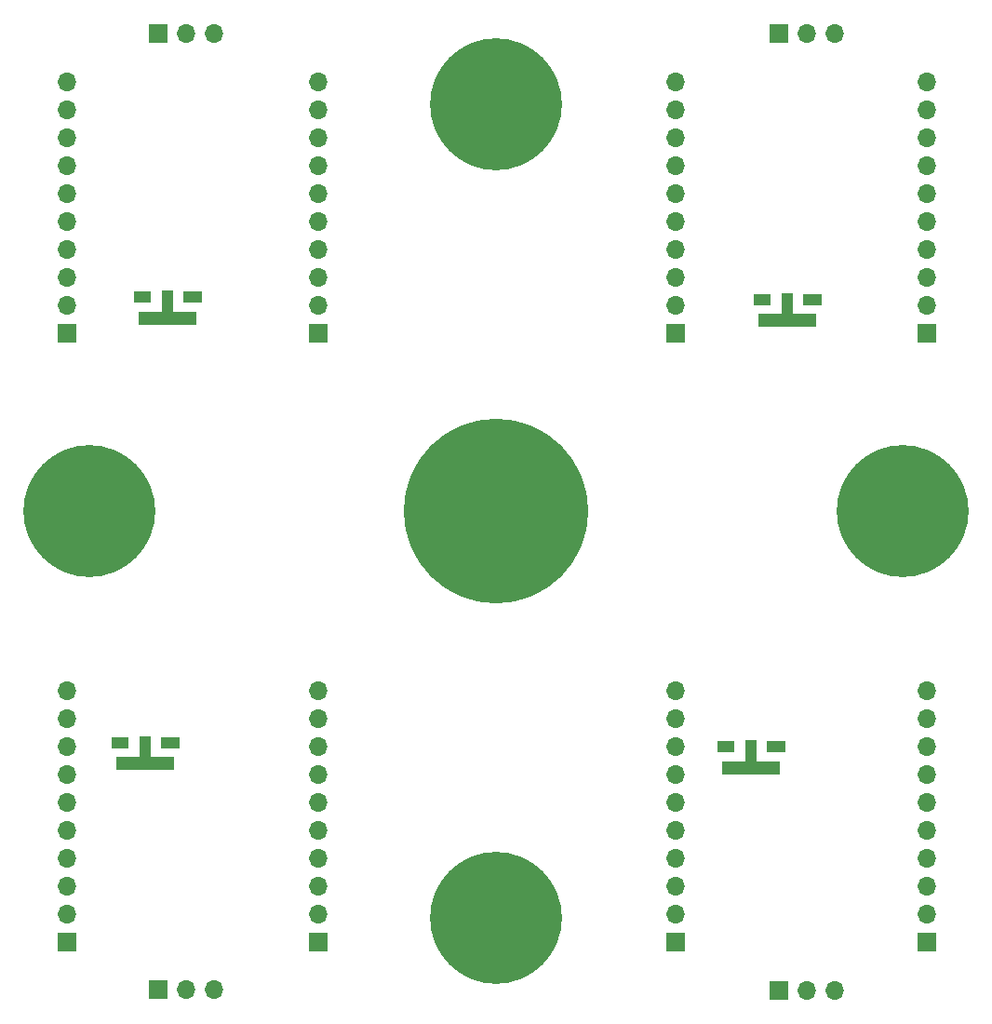
<source format=gbr>
%TF.GenerationSoftware,KiCad,Pcbnew,7.0.5-0*%
%TF.CreationDate,2024-05-08T17:08:20-04:00*%
%TF.ProjectId,quad_sipm,71756164-5f73-4697-906d-2e6b69636164,8.1*%
%TF.SameCoordinates,Original*%
%TF.FileFunction,Soldermask,Top*%
%TF.FilePolarity,Negative*%
%FSLAX46Y46*%
G04 Gerber Fmt 4.6, Leading zero omitted, Abs format (unit mm)*
G04 Created by KiCad (PCBNEW 7.0.5-0) date 2024-05-08 17:08:20*
%MOMM*%
%LPD*%
G01*
G04 APERTURE LIST*
G04 Aperture macros list*
%AMFreePoly0*
4,1,5,0.508000,-1.498600,-0.508000,-1.498600,-0.508000,1.498600,0.508000,1.498600,0.508000,-1.498600,0.508000,-1.498600,$1*%
G04 Aperture macros list end*
%ADD10C,16.800000*%
%ADD11C,12.000000*%
%ADD12R,1.700000X1.700000*%
%ADD13O,1.700000X1.700000*%
%ADD14R,1.625600X1.108800*%
%ADD15R,1.727200X1.117600*%
%ADD16R,5.207000X1.143000*%
%ADD17FreePoly0,0.000000*%
G04 APERTURE END LIST*
D10*
%TO.C,H2*%
X100000000Y-100000000D03*
%TD*%
D11*
%TO.C,H3*%
X100000000Y-137000000D03*
%TD*%
%TO.C,H4*%
X137000000Y-100000000D03*
%TD*%
%TO.C,H5*%
X63000000Y-100000000D03*
%TD*%
%TO.C,H1*%
X100000000Y-63000000D03*
%TD*%
D12*
%TO.C,J7*%
X139146000Y-83820000D03*
D13*
X139146000Y-81280000D03*
X139146000Y-78740000D03*
X139146000Y-76200000D03*
X139146000Y-73660000D03*
X139146000Y-71120000D03*
X139146000Y-68580000D03*
X139146000Y-66040000D03*
X139146000Y-63500000D03*
X139146000Y-60960000D03*
D12*
X116286000Y-83820000D03*
D13*
X116286000Y-81280000D03*
X116286000Y-78740000D03*
X116286000Y-76200000D03*
X116286000Y-73660000D03*
X116286000Y-71120000D03*
X116286000Y-68580000D03*
X116286000Y-66040000D03*
X116286000Y-63500000D03*
X116286000Y-60960000D03*
%TD*%
D12*
%TO.C,J8*%
X83774000Y-83820000D03*
D13*
X83774000Y-81280000D03*
X83774000Y-78740000D03*
X83774000Y-76200000D03*
X83774000Y-73660000D03*
X83774000Y-71120000D03*
X83774000Y-68580000D03*
X83774000Y-66040000D03*
X83774000Y-63500000D03*
X83774000Y-60960000D03*
D12*
X60914000Y-83820000D03*
D13*
X60914000Y-81280000D03*
X60914000Y-78740000D03*
X60914000Y-76200000D03*
X60914000Y-73660000D03*
X60914000Y-71120000D03*
X60914000Y-68580000D03*
X60914000Y-66040000D03*
X60914000Y-63500000D03*
X60914000Y-60960000D03*
%TD*%
D12*
%TO.C,J6*%
X83774000Y-139192000D03*
D13*
X83774000Y-136652000D03*
X83774000Y-134112000D03*
X83774000Y-131572000D03*
X83774000Y-129032000D03*
X83774000Y-126492000D03*
X83774000Y-123952000D03*
X83774000Y-121412000D03*
X83774000Y-118872000D03*
X83774000Y-116332000D03*
D12*
X60914000Y-139192000D03*
D13*
X60914000Y-136652000D03*
X60914000Y-134112000D03*
X60914000Y-131572000D03*
X60914000Y-129032000D03*
X60914000Y-126492000D03*
X60914000Y-123952000D03*
X60914000Y-121412000D03*
X60914000Y-118872000D03*
X60914000Y-116332000D03*
%TD*%
D12*
%TO.C,J5*%
X139146000Y-139192000D03*
D13*
X139146000Y-136652000D03*
X139146000Y-134112000D03*
X139146000Y-131572000D03*
X139146000Y-129032000D03*
X139146000Y-126492000D03*
X139146000Y-123952000D03*
X139146000Y-121412000D03*
X139146000Y-118872000D03*
X139146000Y-116332000D03*
D12*
X116286000Y-139192000D03*
D13*
X116286000Y-136652000D03*
X116286000Y-134112000D03*
X116286000Y-131572000D03*
X116286000Y-129032000D03*
X116286000Y-126492000D03*
X116286000Y-123952000D03*
X116286000Y-121412000D03*
X116286000Y-118872000D03*
X116286000Y-116332000D03*
%TD*%
D12*
%TO.C,J1*%
X125685000Y-143555000D03*
D13*
X128225000Y-143555000D03*
X130765000Y-143555000D03*
%TD*%
D12*
%TO.C,J3*%
X125685000Y-56560000D03*
D13*
X128225000Y-56560000D03*
X130765000Y-56560000D03*
%TD*%
D12*
%TO.C,J4*%
X69215000Y-56515000D03*
D13*
X71755000Y-56515000D03*
X74295000Y-56515000D03*
%TD*%
D12*
%TO.C,J2*%
X69215000Y-143510000D03*
D13*
X71755000Y-143510000D03*
X74295000Y-143510000D03*
%TD*%
D14*
%TO.C,U4*%
X67818000Y-80513600D03*
D15*
X72390000Y-80518000D03*
D16*
X70091300Y-82410300D03*
D17*
X70104000Y-81457800D03*
%TD*%
D14*
%TO.C,U1*%
X65798700Y-121039300D03*
D15*
X70370700Y-121043700D03*
D16*
X68072000Y-122936000D03*
D17*
X68084700Y-121983500D03*
%TD*%
D14*
%TO.C,U2*%
X120904000Y-121412000D03*
D15*
X125476000Y-121416400D03*
D16*
X123177300Y-123308700D03*
D17*
X123190000Y-122356200D03*
%TD*%
D14*
%TO.C,U3*%
X124201200Y-80716800D03*
D15*
X128773200Y-80721200D03*
D16*
X126474500Y-82613500D03*
D17*
X126487200Y-81661000D03*
%TD*%
M02*

</source>
